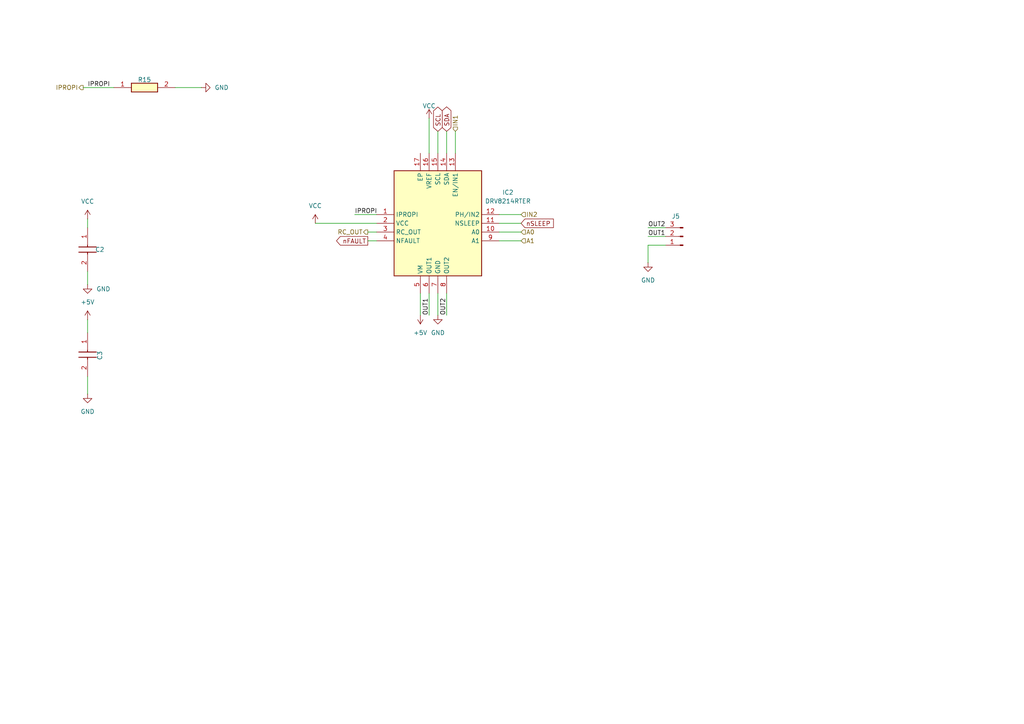
<source format=kicad_sch>
(kicad_sch (version 20250114) (generator "eeschema") (generator_version "9.0")
  (paper "A4")
  (lib_symbols
    (symbol "Capacitors:CGA3E2X7R1H104K080AA" (pin_names (hide yes))
      (property "Reference" "C" (at 8.89 6.35 0))
      (property "Value" "CGA3E2X7R1H104K080AA" (at 8.89 3.81 0))
      (symbol "CGA3E2X7R1H104K080AA_1_1"
        (polyline (pts (xy 5.08 0) (xy 5.588 0)) (stroke (width 0.254)))
        (polyline (pts (xy 5.588 2.54) (xy 5.588 -2.54)) (stroke (width 0.254)))
        (polyline (pts (xy 7.112 2.54) (xy 7.112 -2.54)) (stroke (width 0.254)))
        (polyline (pts (xy 7.112 0) (xy 7.62 0)) (stroke (width 0.254)))
        (pin passive line (at 0 0 0) (length 5.08) (name "1") (number "1"))
        (pin passive line (at 12.7 0 180) (length 5.08) (name "2") (number "2"))
      )
    )
    (symbol "Connector:Conn_01x03_Pin" (pin_names (offset 1.016) (hide yes))
      (property "Reference" "J" (at 0 5.08 0))
      (property "Value" "Conn_01x03_Pin" (at 0 -5.08 0))
      (symbol "Conn_01x03_Pin_1_1"
        (rectangle (start 0.8636 2.667) (end 0 2.413) (stroke (width 0.1524)) (fill (type outline)))
        (rectangle (start 0.8636 0.127) (end 0 -0.127) (stroke (width 0.1524)) (fill (type outline)))
        (rectangle (start 0.8636 -2.413) (end 0 -2.667) (stroke (width 0.1524)) (fill (type outline)))
        (polyline (pts (xy 1.27 2.54) (xy 0.8636 2.54)) (stroke (width 0.1524)))
        (polyline (pts (xy 1.27 0) (xy 0.8636 0)) (stroke (width 0.1524)))
        (polyline (pts (xy 1.27 -2.54) (xy 0.8636 -2.54)) (stroke (width 0.1524)))
        (pin passive line (at 5.08 2.54 180) (length 3.81) (name "Pin_1") (number "1"))
        (pin passive line (at 5.08 0 180) (length 3.81) (name "Pin_2") (number "2"))
        (pin passive line (at 5.08 -2.54 180) (length 3.81) (name "Pin_3") (number "3"))
      )
    )
    (symbol "Drivers:DRV8214RTER"
      (property "Reference" "IC" (at 31.75 17.78 0))
      (property "Value" "DRV8214RTER" (at 31.75 15.24 0))
      (symbol "DRV8214RTER_1_1"
        (rectangle (start 5.08 12.7) (end 30.48 -17.78) (stroke (width 0.254)) (fill (type background)))
        (pin passive line (at 0 0 0) (length 5.08) (name "IPROPI") (number "1"))
        (pin passive line (at 0 -2.54 0) (length 5.08) (name "VCC") (number "2"))
        (pin passive line (at 0 -5.08 0) (length 5.08) (name "RC_OUT") (number "3"))
        (pin passive line (at 0 -7.62 0) (length 5.08) (name "NFAULT") (number "4"))
        (pin passive line (at 12.7 17.78 270) (length 5.08) (name "EP") (number "17"))
        (pin passive line (at 12.7 -22.86 90) (length 5.08) (name "VM") (number "5"))
        (pin passive line (at 15.24 17.78 270) (length 5.08) (name "VREF") (number "16"))
        (pin passive line (at 15.24 -22.86 90) (length 5.08) (name "OUT1") (number "6"))
        (pin passive line (at 17.78 17.78 270) (length 5.08) (name "SCL") (number "15"))
        (pin passive line (at 17.78 -22.86 90) (length 5.08) (name "GND") (number "7"))
        (pin passive line (at 20.32 17.78 270) (length 5.08) (name "SDA") (number "14"))
        (pin passive line (at 20.32 -22.86 90) (length 5.08) (name "OUT2") (number "8"))
        (pin passive line (at 22.86 17.78 270) (length 5.08) (name "EN/IN1") (number "13"))
        (pin passive line (at 35.56 0 180) (length 5.08) (name "PH/IN2") (number "12"))
        (pin passive line (at 35.56 -2.54 180) (length 5.08) (name "NSLEEP") (number "11"))
        (pin passive line (at 35.56 -5.08 180) (length 5.08) (name "A0") (number "10"))
        (pin passive line (at 35.56 -7.62 180) (length 5.08) (name "A1") (number "9"))
      )
    )
    (symbol "Resistors:RC0402FR-075K1L" (pin_names (hide yes))
      (property "Reference" "R" (at 13.97 6.35 0))
      (property "Value" "RC0402FR-075K1L" (at 13.97 3.81 0))
      (symbol "RC0402FR-075K1L_1_1"
        (rectangle (start 5.08 1.27) (end 12.7 -1.27) (stroke (width 0.254)) (fill (type background)))
        (pin passive line (at 0 0 0) (length 5.08) (name "1") (number "1"))
        (pin passive line (at 17.78 0 180) (length 5.08) (name "2") (number "2"))
      )
    )
    (symbol "power:+5V" (power) (pin_numbers (hide yes)) (pin_names (offset 0) (hide yes))
      (property "Value" "+5V" (at 0 3.556 0))
      (symbol "+5V_0_1"
        (polyline (pts (xy -0.762 1.27) (xy 0 2.54)))
        (polyline (pts (xy 0 2.54) (xy 0.762 1.27)))
        (polyline (pts (xy 0 0) (xy 0 2.54)))
      )
      (symbol "+5V_1_1"
        (pin power_in line (at 0 0 90) (length 0) (name "~") (number "1"))
      )
    )
    (symbol "power:GND" (power) (pin_numbers (hide yes)) (pin_names (offset 0) (hide yes))
      (property "Value" "GND" (at 0 -3.81 0))
      (symbol "GND_0_1"
        (polyline (pts (xy 0 0) (xy 0 -1.27) (xy 1.27 -1.27) (xy 0 -2.54) (xy -1.27 -1.27) (xy 0 -1.27)))
      )
      (symbol "GND_1_1"
        (pin power_in line (at 0 0 270) (length 0) (name "~") (number "1"))
      )
    )
    (symbol "power:VCC" (power) (pin_numbers (hide yes)) (pin_names (offset 0) (hide yes))
      (property "Value" "VCC" (at 0 3.556 0))
      (symbol "VCC_0_1"
        (polyline (pts (xy -0.762 1.27) (xy 0 2.54)))
        (polyline (pts (xy 0 2.54) (xy 0.762 1.27)))
        (polyline (pts (xy 0 0) (xy 0 2.54)))
      )
      (symbol "VCC_1_1"
        (pin power_in line (at 0 0 90) (length 0) (name "~") (number "1"))
      )
    )
  )
  (wire (pts (xy 106.68 67.31) (xy 109.22 67.31)))
  (wire (pts (xy 144.78 64.77) (xy 151.13 64.77)))
  (wire (pts (xy 144.78 69.85) (xy 151.13 69.85)))
  (wire (pts (xy 187.96 68.58) (xy 193.04 68.58)))
  (wire (pts (xy 129.54 91.44) (xy 129.54 85.09)))
  (wire (pts (xy 109.22 64.77) (xy 91.44 64.77)))
  (wire (pts (xy 25.4 66.04) (xy 25.4 63.5)))
  (wire (pts (xy 187.96 66.04) (xy 193.04 66.04)))
  (wire (pts (xy 24.13 25.4) (xy 33.02 25.4)))
  (wire (pts (xy 106.68 69.85) (xy 109.22 69.85)))
  (wire (pts (xy 25.4 96.52) (xy 25.4 92.71)))
  (wire (pts (xy 127 85.09) (xy 127 91.44)))
  (wire (pts (xy 25.4 82.55) (xy 25.4 78.74)))
  (wire (pts (xy 187.96 71.12) (xy 193.04 71.12)))
  (wire (pts (xy 132.08 38.1) (xy 132.08 44.45)))
  (wire (pts (xy 187.96 76.2) (xy 187.96 71.12)))
  (wire (pts (xy 129.54 38.1) (xy 129.54 44.45)))
  (wire (pts (xy 25.4 109.22) (xy 25.4 114.3)))
  (wire (pts (xy 124.46 34.29) (xy 124.46 44.45)))
  (wire (pts (xy 102.87 62.23) (xy 109.22 62.23)))
  (wire (pts (xy 50.8 25.4) (xy 58.42 25.4)))
  (wire (pts (xy 121.92 85.09) (xy 121.92 91.44)))
  (wire (pts (xy 124.46 91.44) (xy 124.46 85.09)))
  (wire (pts (xy 127 38.1) (xy 127 44.45)))
  (wire (pts (xy 144.78 62.23) (xy 151.13 62.23)))
  (wire (pts (xy 144.78 67.31) (xy 151.13 67.31)))
  (label "OUT1" (at 124.46 91.44 90))
  (label "IPROPI" (at 25.4 25.4 0))
  (label "OUT1" (at 187.96 68.58 0))
  (label "OUT2" (at 187.96 66.04 0))
  (label "OUT2" (at 129.54 91.44 90))
  (label "IPROPI" (at 102.87 62.23 0))
  (global_label "nFAULT" (shape output) (at 106.68 69.85 180) (property "Intersheetrefs" "${INTERSHEET_REFS}" (effects (hide yes))))
  (global_label "nSLEEP" (shape input) (at 151.13 64.77 0) (property "Intersheetrefs" "${INTERSHEET_REFS}" (effects (hide yes))))
  (global_label "SDA" (shape bidirectional) (at 129.54 38.1 90) (property "Intersheetrefs" "${INTERSHEET_REFS}" (effects (hide yes))))
  (global_label "SCL" (shape bidirectional) (at 127 38.1 90) (property "Intersheetrefs" "${INTERSHEET_REFS}" (effects (hide yes))))
  (hierarchical_label "IN1" (shape input) (at 132.08 38.1 90))
  (hierarchical_label "A1" (shape input) (at 151.13 69.85 0))
  (hierarchical_label "IN2" (shape input) (at 151.13 62.23 0))
  (hierarchical_label "IPROPI" (shape output) (at 24.13 25.4 180))
  (hierarchical_label "A0" (shape input) (at 151.13 67.31 0))
  (hierarchical_label "RC_OUT" (shape output) (at 106.68 67.31 180))
  (symbol (lib_id "power:GND") (at 58.42 25.4 90) (unit 1)
    (property "Reference" "#PWR030" (effects (hide yes)))
    (property "Value" "GND" (at 62.23 25.3999 90) (effects (justify right)))
    (property "Description" "Power symbol creates a global label with name \"GND\" , ground" (effects (hide yes)))
    (instances (project "controlhub" (path "" (reference "#PWR030") (unit 1)) (path "" (reference "#PWR030") (unit 1)) (path "" (reference "#PWR051") (unit 1)) (path "" (reference "#PWR041") (unit 1))))
  )
  (symbol (lib_id "power:VCC") (at 91.44 64.77 0) (unit 1)
    (property "Reference" "#PWR031" (effects (hide yes)))
    (property "Value" "VCC" (at 91.44 59.69 0))
    (property "Description" "Power symbol creates a global label with name \"VCC\"" (effects (hide yes)))
    (instances (project "controlhub" (path "" (reference "#PWR031") (unit 1)) (path "" (reference "#PWR031") (unit 1)) (path "" (reference "#PWR052") (unit 1)) (path "" (reference "#PWR042") (unit 1))))
  )
  (symbol (lib_id "Resistors:RC0402FR-075K1L") (at 33.02 25.4 0) (unit 1)
    (property "Reference" "R15" (at 41.91 23.114 0))
    (property "Value" "RC0402FR-075K1L" (effects (hide yes)))
    (property "Footprint" "Resistors:RESC1005X40N" (effects (hide yes)))
    (property "Datasheet" "https://www.mouser.com/datasheet/2/447/PYu-RC_Group_51_RoHS_L_9-1314892.pdf" (effects (hide yes)))
    (property "Description" "Yageo 5.1k, 0402 (1005M) Thick Film SMD Resistor +/-1% 0.0625W - RC0402FR-075K1L" (effects (hide yes)))
    (property "Height" "0.4" (effects (hide yes)))
    (property "Manufacturer_Name" "YAGEO" (effects (hide yes)))
    (property "Manufacturer_Part_Number" "RC0402FR-075K1L" (effects (hide yes)))
    (property "Mouser Part Number" "603-RC0402FR-075K1L" (effects (hide yes)))
    (property "Mouser Price/Stock" "https://www.mouser.co.uk/ProductDetail/YAGEO/RC0402FR-075K1L?qs=YUgVZYePFqCSmQuaha43RA%3D%3D" (effects (hide yes)))
    (property "Arrow Part Number" "RC0402FR-075K1L" (effects (hide yes)))
    (property "Arrow Price/Stock" "https://www.arrow.com/en/products/rc0402fr-075k1l/yageo?region=europe" (effects (hide yes)))
    (instances (project "controlhub" (path "" (reference "R15") (unit 1)) (path "" (reference "R15") (unit 1)) (path "" (reference "R17") (unit 1)) (path "" (reference "R16") (unit 1))))
  )
  (symbol (lib_id "Drivers:DRV8214RTER") (at 109.22 62.23 0) (unit 1)
    (property "Reference" "IC2" (at 147.32 55.8098 0))
    (property "Value" "DRV8214RTER" (at 147.32 58.3498 0))
    (property "Footprint" "Drivers:QFN50P300X300X80-17N-D" (effects (hide yes)))
    (property "Datasheet" "https://www.ti.com/lit/ds/symlink/drv8214.pdf?ts=1709730200309&ref_url=https%253A%252F%252Fwww.ti.com.cn%252Fproduct%252Fcn%252FDRV8214" (effects (hide yes)))
    (property "Description" "Motor / Motion / Ignition Controllers & Drivers SINGLE H-BRIDGE MOTOR DRIVER" (effects (hide yes)))
    (property "Height" "0.8" (effects (hide yes)))
    (property "Manufacturer_Name" "Texas Instruments" (effects (hide yes)))
    (property "Manufacturer_Part_Number" "DRV8214RTER" (effects (hide yes)))
    (property "Mouser Part Number" "595-DRV8214RTER" (effects (hide yes)))
    (property "Mouser Price/Stock" "https://www.mouser.co.uk/ProductDetail/Texas-Instruments/DRV8214RTER?qs=mELouGlnn3fqZoe89rAgMA%3D%3D" (effects (hide yes)))
    (property "Arrow Part Number" "DRV8214RTER" (effects (hide yes)))
    (property "Arrow Price/Stock" "https://www.arrow.com/en/products/drv8214rter/texas-instruments?region=nac" (effects (hide yes)))
    (instances (project "controlhub" (path "" (reference "IC2") (unit 1)) (path "" (reference "IC2") (unit 1)) (path "" (reference "IC4") (unit 1)) (path "" (reference "IC3") (unit 1))))
  )
  (symbol (lib_id "power:VCC") (at 25.4 63.5 0) (unit 1)
    (property "Reference" "#PWR01" (effects (hide yes)))
    (property "Value" "VCC" (at 25.4 58.42 0))
    (property "Description" "Power symbol creates a global label with name \"VCC\"" (effects (hide yes)))
    (instances (project "controlhub" (path "" (reference "#PWR01") (unit 1)) (path "" (reference "#PWR01") (unit 1)) (path "" (reference "#PWR047") (unit 1)) (path "" (reference "#PWR037") (unit 1))))
  )
  (symbol (lib_id "power:GND") (at 25.4 114.3 0) (unit 1)
    (property "Reference" "#PWR029" (effects (hide yes)))
    (property "Value" "GND" (at 25.4 119.38 0))
    (property "Description" "Power symbol creates a global label with name \"GND\" , ground" (effects (hide yes)))
    (instances (project "controlhub" (path "" (reference "#PWR029") (unit 1)) (path "" (reference "#PWR029") (unit 1)) (path "" (reference "#PWR050") (unit 1)) (path "" (reference "#PWR040") (unit 1))))
  )
  (symbol (lib_id "power:+5V") (at 121.92 91.44 180) (unit 1)
    (property "Reference" "#PWR032" (effects (hide yes)))
    (property "Value" "+5V" (at 121.92 96.52 0))
    (property "Description" "Power symbol creates a global label with name \"+5V\"" (effects (hide yes)))
    (instances (project "controlhub" (path "" (reference "#PWR032") (unit 1)) (path "" (reference "#PWR032") (unit 1)) (path "" (reference "#PWR053") (unit 1)) (path "" (reference "#PWR043") (unit 1))))
  )
  (symbol (lib_id "power:GND") (at 25.4 82.55 0) (unit 1)
    (property "Reference" "#PWR03" (effects (hide yes)))
    (property "Value" "GND" (at 27.94 83.8199 0) (effects (justify left)))
    (property "Description" "Power symbol creates a global label with name \"GND\" , ground" (effects (hide yes)))
    (instances (project "controlhub" (path "" (reference "#PWR03") (unit 1)) (path "" (reference "#PWR03") (unit 1)) (path "" (reference "#PWR048") (unit 1)) (path "" (reference "#PWR038") (unit 1))))
  )
  (symbol (lib_id "power:GND") (at 127 91.44 0) (unit 1)
    (property "Reference" "#PWR035" (effects (hide yes)))
    (property "Value" "GND" (at 127 96.52 0))
    (property "Description" "Power symbol creates a global label with name \"GND\" , ground" (effects (hide yes)))
    (instances (project "controlhub" (path "" (reference "#PWR035") (unit 1)) (path "" (reference "#PWR035") (unit 1)) (path "" (reference "#PWR055") (unit 1)) (path "" (reference "#PWR045") (unit 1))))
  )
  (symbol (lib_id "power:+5V") (at 25.4 92.71 0) (unit 1)
    (property "Reference" "#PWR028" (effects (hide yes)))
    (property "Value" "+5V" (at 25.4 87.63 0))
    (property "Description" "Power symbol creates a global label with name \"+5V\"" (effects (hide yes)))
    (instances (project "controlhub" (path "" (reference "#PWR028") (unit 1)) (path "" (reference "#PWR028") (unit 1)) (path "" (reference "#PWR049") (unit 1)) (path "" (reference "#PWR039") (unit 1))))
  )
  (symbol (lib_id "power:GND") (at 187.96 76.2 0) (unit 1)
    (property "Reference" "#PWR036" (effects (hide yes)))
    (property "Value" "GND" (at 187.96 81.28 0))
    (property "Description" "Power symbol creates a global label with name \"GND\" , ground" (effects (hide yes)))
    (instances (project "controlhub" (path "" (reference "#PWR036") (unit 1)) (path "" (reference "#PWR036") (unit 1)) (path "" (reference "#PWR056") (unit 1)) (path "" (reference "#PWR046") (unit 1))))
  )
  (symbol (lib_id "power:VCC") (at 124.46 34.29 0) (unit 1)
    (property "Reference" "#PWR033" (effects (hide yes)))
    (property "Value" "VCC" (at 124.46 30.734 0))
    (property "Description" "Power symbol creates a global label with name \"VCC\"" (effects (hide yes)))
    (instances (project "controlhub" (path "" (reference "#PWR033") (unit 1)) (path "" (reference "#PWR033") (unit 1)) (path "" (reference "#PWR054") (unit 1)) (path "" (reference "#PWR044") (unit 1))))
  )
  (symbol (lib_id "Connector:Conn_01x03_Pin") (at 198.12 68.58 180) (unit 1)
    (property "Reference" "J5" (at 194.818 62.738 0) (effects (justify right)))
    (property "Value" "Conn_01x03_Pin" (effects (hide yes)))
    (property "Footprint" "Connector_PinHeader_2.54mm:PinHeader_1x03_P2.54mm_Vertical" (effects (hide yes)))
    (property "Description" "Generic connector, single row, 01x03, script generated" (effects (hide yes)))
    (instances (project "controlhub" (path "" (reference "J5") (unit 1)) (path "" (reference "J5") (unit 1)) (path "" (reference "J7") (unit 1)) (path "" (reference "J6") (unit 1))))
  )
  (symbol (lib_id "Capacitors:CGA3E2X7R1H104K080AA") (at 25.4 96.52 270) (unit 1)
    (property "Reference" "C3" (at 28.956 103.124 0))
    (property "Value" "CGA3E2X7R1H104K080AA" (effects (hide yes)))
    (property "Footprint" "Capacitors:CAPC1608X90N" (effects (hide yes)))
    (property "Datasheet" "http://docs-europe.electrocomponents.com/webdocs/14e9/0900766b814e9125.pdf" (effects (hide yes)))
    (property "Description" "Multilayer Ceramic Chip Capacitors, Capacitance=0.1uF, LxWxT:1.6x0.8x0.8mm" (effects (hide yes)))
    (property "Height" "0.9" (effects (hide yes)))
    (property "Manufacturer_Name" "TDK" (effects (hide yes)))
    (property "Manufacturer_Part_Number" "CGA3E2X7R1H104K080AA" (effects (hide yes)))
    (property "Mouser Part Number" "810-CGA3E2X7R1H104K" (effects (hide yes)))
    (property "Mouser Price/Stock" "https://www.mouser.co.uk/ProductDetail/TDK/CGA3E2X7R1H104K080AA?qs=NRhsANhppD%2Fge2a869G9Fg%3D%3D" (effects (hide yes)))
    (property "Arrow Part Number" "CGA3E2X7R1H104K080AA" (effects (hide yes)))
    (property "Arrow Price/Stock" "https://www.arrow.com/en/products/cga3e2x7r1h104k080aa/tdk?utm_currency=USD&region=europe" (effects (hide yes)))
    (instances (project "controlhub" (path "" (reference "C3") (unit 1)) (path "" (reference "C3") (unit 1)) (path "" (reference "C7") (unit 1)) (path "" (reference "C5") (unit 1))))
  )
  (symbol (lib_id "Capacitors:CGA3E2X7R1H104K080AA") (at 25.4 66.04 270) (unit 1)
    (property "Reference" "C2" (at 28.956 72.39 90))
    (property "Value" "CGA3E2X7R1H104K080AA" (effects (hide yes)))
    (property "Footprint" "Capacitors:CAPC1608X90N" (effects (hide yes)))
    (property "Datasheet" "http://docs-europe.electrocomponents.com/webdocs/14e9/0900766b814e9125.pdf" (effects (hide yes)))
    (property "Description" "Multilayer Ceramic Chip Capacitors, Capacitance=0.1uF, LxWxT:1.6x0.8x0.8mm" (effects (hide yes)))
    (property "Height" "0.9" (effects (hide yes)))
    (property "Manufacturer_Name" "TDK" (effects (hide yes)))
    (property "Manufacturer_Part_Number" "CGA3E2X7R1H104K080AA" (effects (hide yes)))
    (property "Mouser Part Number" "810-CGA3E2X7R1H104K" (effects (hide yes)))
    (property "Mouser Price/Stock" "https://www.mouser.co.uk/ProductDetail/TDK/CGA3E2X7R1H104K080AA?qs=NRhsANhppD%2Fge2a869G9Fg%3D%3D" (effects (hide yes)))
    (property "Arrow Part Number" "CGA3E2X7R1H104K080AA" (effects (hide yes)))
    (property "Arrow Price/Stock" "https://www.arrow.com/en/products/cga3e2x7r1h104k080aa/tdk?utm_currency=USD&region=europe" (effects (hide yes)))
    (instances (project "controlhub" (path "" (reference "C2") (unit 1)) (path "" (reference "C2") (unit 1)) (path "" (reference "C6") (unit 1)) (path "" (reference "C4") (unit 1))))
  )
)
</source>
